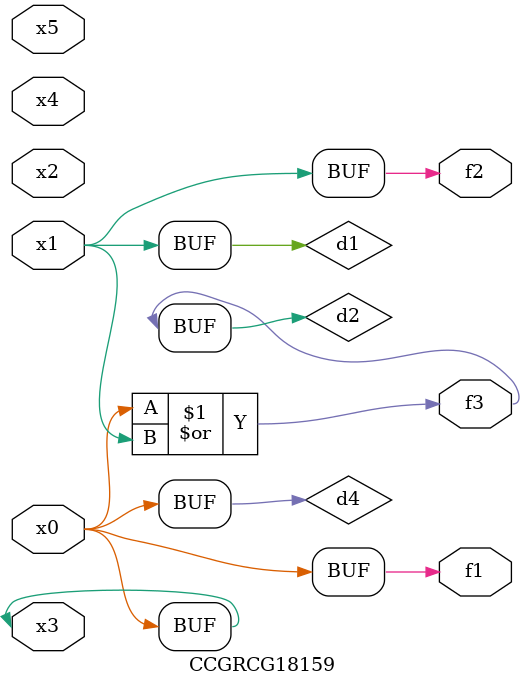
<source format=v>
module CCGRCG18159(
	input x0, x1, x2, x3, x4, x5,
	output f1, f2, f3
);

	wire d1, d2, d3, d4;

	and (d1, x1);
	or (d2, x0, x1);
	nand (d3, x0, x5);
	buf (d4, x0, x3);
	assign f1 = d4;
	assign f2 = d1;
	assign f3 = d2;
endmodule

</source>
